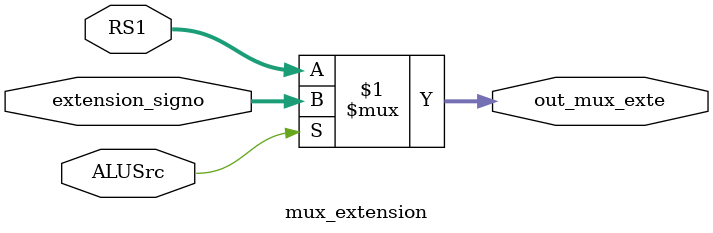
<source format=v>



module mux_extension(
    input [31:0] extension_signo,
    input [31:0] RS1,
    input ALUSrc, //señal de control
    output [31:0] out_mux_exte
);

    assign out_mux_exte = (ALUSrc) ?  extension_signo: RS1; //Si ALUSrc es 1 se selecciona extensión de signo

endmodule

</source>
